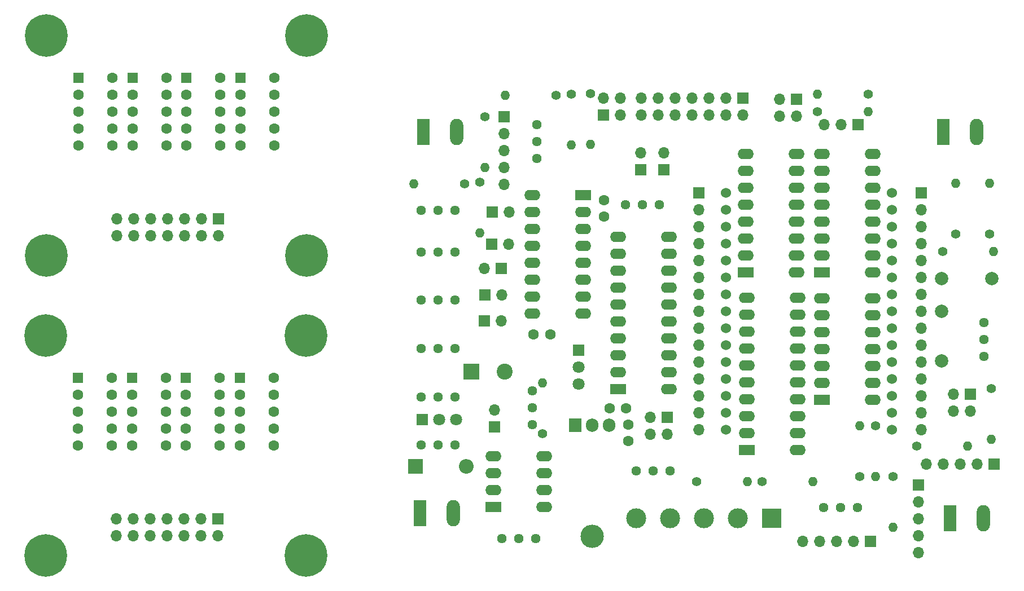
<source format=gbr>
%TF.GenerationSoftware,KiCad,Pcbnew,5.1.10-88a1d61d58~90~ubuntu20.04.1*%
%TF.CreationDate,2021-10-14T14:42:22+02:00*%
%TF.ProjectId,menelaos,6d656e65-6c61-46f7-932e-6b696361645f,rev?*%
%TF.SameCoordinates,Original*%
%TF.FileFunction,Soldermask,Top*%
%TF.FilePolarity,Negative*%
%FSLAX46Y46*%
G04 Gerber Fmt 4.6, Leading zero omitted, Abs format (unit mm)*
G04 Created by KiCad (PCBNEW 5.1.10-88a1d61d58~90~ubuntu20.04.1) date 2021-10-14 14:42:22*
%MOMM*%
%LPD*%
G01*
G04 APERTURE LIST*
%ADD10R,1.700000X1.700000*%
%ADD11O,1.700000X1.700000*%
%ADD12C,6.400000*%
%ADD13C,0.800000*%
%ADD14R,1.600000X1.600000*%
%ADD15C,1.600000*%
%ADD16C,2.000000*%
%ADD17O,1.980000X3.960000*%
%ADD18R,1.980000X3.960000*%
%ADD19O,2.400000X1.600000*%
%ADD20R,2.400000X1.600000*%
%ADD21R,2.400000X2.400000*%
%ADD22C,2.400000*%
%ADD23R,2.200000X2.200000*%
%ADD24O,2.200000X2.200000*%
%ADD25C,3.000000*%
%ADD26R,3.000000X3.000000*%
%ADD27O,3.500000X3.500000*%
%ADD28R,1.905000X2.000000*%
%ADD29O,1.905000X2.000000*%
%ADD30O,1.400000X1.400000*%
%ADD31C,1.400000*%
%ADD32C,1.440000*%
%ADD33C,1.800000*%
%ADD34R,1.800000X1.800000*%
%ADD35C,1.524000*%
G04 APERTURE END LIST*
D10*
%TO.C,J21*%
X85780000Y-103000000D03*
D11*
X85780000Y-105540000D03*
X83240000Y-103000000D03*
X83240000Y-105540000D03*
X80700000Y-103000000D03*
X80700000Y-105540000D03*
X78160000Y-103000000D03*
X78160000Y-105540000D03*
X75620000Y-103000000D03*
X75620000Y-105540000D03*
X73080000Y-103000000D03*
X73080000Y-105540000D03*
X70540000Y-103000000D03*
X70540000Y-105540000D03*
%TD*%
D12*
%TO.C,H3*%
X59980000Y-108500000D03*
D13*
X62380000Y-108500000D03*
X61677056Y-110197056D03*
X59980000Y-110900000D03*
X58282944Y-110197056D03*
X57580000Y-108500000D03*
X58282944Y-106802944D03*
X59980000Y-106100000D03*
X61677056Y-106802944D03*
%TD*%
D12*
%TO.C,H1*%
X98980000Y-75500000D03*
D13*
X101380000Y-75500000D03*
X100677056Y-77197056D03*
X98980000Y-77900000D03*
X97282944Y-77197056D03*
X96580000Y-75500000D03*
X97282944Y-73802944D03*
X98980000Y-73100000D03*
X100677056Y-73802944D03*
%TD*%
D14*
%TO.C,U14*%
X64800000Y-81840000D03*
D15*
X64800000Y-84380000D03*
X64800000Y-86920000D03*
X64800000Y-89460000D03*
X64800000Y-92000000D03*
X69880000Y-92000000D03*
X69880000Y-89460000D03*
X69880000Y-86920000D03*
X69880000Y-84380000D03*
X69880000Y-81840000D03*
%TD*%
%TO.C,U12*%
X94180000Y-81840000D03*
X94180000Y-84380000D03*
X94180000Y-86920000D03*
X94180000Y-89460000D03*
X94180000Y-92000000D03*
X89100000Y-92000000D03*
X89100000Y-89460000D03*
X89100000Y-86920000D03*
X89100000Y-84380000D03*
D14*
X89100000Y-81840000D03*
%TD*%
%TO.C,U10*%
X81000000Y-81840000D03*
D15*
X81000000Y-84380000D03*
X81000000Y-86920000D03*
X81000000Y-89460000D03*
X81000000Y-92000000D03*
X86080000Y-92000000D03*
X86080000Y-89460000D03*
X86080000Y-86920000D03*
X86080000Y-84380000D03*
X86080000Y-81840000D03*
%TD*%
%TO.C,U8*%
X77980000Y-81840000D03*
X77980000Y-84380000D03*
X77980000Y-86920000D03*
X77980000Y-89460000D03*
X77980000Y-92000000D03*
X72900000Y-92000000D03*
X72900000Y-89460000D03*
X72900000Y-86920000D03*
X72900000Y-84380000D03*
D14*
X72900000Y-81840000D03*
%TD*%
D12*
%TO.C,H2*%
X59980000Y-75500000D03*
D13*
X62380000Y-75500000D03*
X61677056Y-77197056D03*
X59980000Y-77900000D03*
X58282944Y-77197056D03*
X57580000Y-75500000D03*
X58282944Y-73802944D03*
X59980000Y-73100000D03*
X61677056Y-73802944D03*
%TD*%
D12*
%TO.C,H4*%
X98980000Y-108500000D03*
D13*
X101380000Y-108500000D03*
X100677056Y-110197056D03*
X98980000Y-110900000D03*
X97282944Y-110197056D03*
X96580000Y-108500000D03*
X97282944Y-106802944D03*
X98980000Y-106100000D03*
X100677056Y-106802944D03*
%TD*%
D11*
%TO.C,J2*%
X146090000Y-84910000D03*
X143550000Y-84910000D03*
X146090000Y-87450000D03*
D10*
X143550000Y-87450000D03*
%TD*%
D11*
%TO.C,J21*%
X70460000Y-150640000D03*
X70460000Y-148100000D03*
X73000000Y-150640000D03*
X73000000Y-148100000D03*
X75540000Y-150640000D03*
X75540000Y-148100000D03*
X78080000Y-150640000D03*
X78080000Y-148100000D03*
X80620000Y-150640000D03*
X80620000Y-148100000D03*
X83160000Y-150640000D03*
X83160000Y-148100000D03*
X85700000Y-150640000D03*
D10*
X85700000Y-148100000D03*
%TD*%
D11*
%TO.C,J20*%
X149260000Y-87490000D03*
X149260000Y-84950000D03*
X151800000Y-87490000D03*
X151800000Y-84950000D03*
X154340000Y-87490000D03*
X154340000Y-84950000D03*
X156880000Y-87490000D03*
X156880000Y-84950000D03*
X159420000Y-87490000D03*
X159420000Y-84950000D03*
X161960000Y-87490000D03*
X161960000Y-84950000D03*
X164500000Y-87490000D03*
D10*
X164500000Y-84950000D03*
%TD*%
D13*
%TO.C,H4*%
X100597056Y-151902944D03*
X98900000Y-151200000D03*
X97202944Y-151902944D03*
X96500000Y-153600000D03*
X97202944Y-155297056D03*
X98900000Y-156000000D03*
X100597056Y-155297056D03*
X101300000Y-153600000D03*
D12*
X98900000Y-153600000D03*
%TD*%
D13*
%TO.C,H3*%
X61597056Y-151902944D03*
X59900000Y-151200000D03*
X58202944Y-151902944D03*
X57500000Y-153600000D03*
X58202944Y-155297056D03*
X59900000Y-156000000D03*
X61597056Y-155297056D03*
X62300000Y-153600000D03*
D12*
X59900000Y-153600000D03*
%TD*%
D13*
%TO.C,H2*%
X61597056Y-118902944D03*
X59900000Y-118200000D03*
X58202944Y-118902944D03*
X57500000Y-120600000D03*
X58202944Y-122297056D03*
X59900000Y-123000000D03*
X61597056Y-122297056D03*
X62300000Y-120600000D03*
D12*
X59900000Y-120600000D03*
%TD*%
D13*
%TO.C,H1*%
X100597056Y-118902944D03*
X98900000Y-118200000D03*
X97202944Y-118902944D03*
X96500000Y-120600000D03*
X97202944Y-122297056D03*
X98900000Y-123000000D03*
X100597056Y-122297056D03*
X101300000Y-120600000D03*
D12*
X98900000Y-120600000D03*
%TD*%
D15*
%TO.C,Murata-Ceramic-Capacitor-50v1-22uF1*%
X147300000Y-133900000D03*
X147300000Y-136400000D03*
%TD*%
D16*
%TO.C,C2*%
X194300000Y-124400000D03*
X194300000Y-116900000D03*
%TD*%
%TO.C,C3*%
X201800000Y-112050000D03*
X194300000Y-112050000D03*
%TD*%
D15*
%TO.C,Murata-Ceramic-Capacitor-50v1-22uF2*%
X144450000Y-131450000D03*
X146950000Y-131450000D03*
%TD*%
%TO.C,Murata-Ceramic-Capacitor-50v1-22uF3*%
X143600000Y-100200000D03*
X143600000Y-102700000D03*
%TD*%
%TO.C,Murata-Ceramic-Capacitor-50v1-22uF4*%
X133050000Y-120400000D03*
X135550000Y-120400000D03*
%TD*%
D17*
%TO.C,S4*%
X121000000Y-147250000D03*
D18*
X116000000Y-147250000D03*
%TD*%
D19*
%TO.C,U16*%
X134670000Y-146300000D03*
X127050000Y-138680000D03*
X134670000Y-143760000D03*
X127050000Y-141220000D03*
X134670000Y-141220000D03*
X127050000Y-143760000D03*
X134670000Y-138680000D03*
D20*
X127050000Y-146300000D03*
%TD*%
D21*
%TO.C,C1*%
X123700000Y-126000000D03*
D22*
X128700000Y-126000000D03*
%TD*%
D23*
%TO.C,D1*%
X115350000Y-140175000D03*
D24*
X122970000Y-140175000D03*
%TD*%
D10*
%TO.C,J1*%
X202150000Y-139850000D03*
D11*
X199610000Y-139850000D03*
X197070000Y-139850000D03*
X194530000Y-139850000D03*
X191990000Y-139850000D03*
%TD*%
D10*
%TO.C,J3*%
X128650000Y-87700000D03*
D11*
X128650000Y-90240000D03*
X128650000Y-92780000D03*
X128650000Y-95320000D03*
X128650000Y-97860000D03*
%TD*%
%TO.C,J4*%
X173440000Y-151500000D03*
X175980000Y-151500000D03*
X178520000Y-151500000D03*
X181060000Y-151500000D03*
D10*
X183600000Y-151500000D03*
%TD*%
D11*
%TO.C,J5*%
X190800000Y-153160000D03*
X190800000Y-150620000D03*
X190800000Y-148080000D03*
X190800000Y-145540000D03*
D10*
X190800000Y-143000000D03*
%TD*%
%TO.C,J6*%
X198600000Y-129350000D03*
D11*
X196060000Y-129350000D03*
X198600000Y-131890000D03*
X196060000Y-131890000D03*
%TD*%
D10*
%TO.C,J7*%
X153100000Y-132800000D03*
D11*
X150560000Y-132800000D03*
X153100000Y-135340000D03*
X150560000Y-135340000D03*
%TD*%
%TO.C,J8*%
X169960000Y-87640000D03*
X172500000Y-87640000D03*
X169960000Y-85100000D03*
D10*
X172500000Y-85100000D03*
%TD*%
D11*
%TO.C,J9*%
X157850000Y-134710000D03*
X157850000Y-132170000D03*
X157850000Y-129630000D03*
X157850000Y-127090000D03*
X157850000Y-124550000D03*
X157850000Y-122010000D03*
X157850000Y-119470000D03*
X157850000Y-116930000D03*
X157850000Y-114390000D03*
X157850000Y-111850000D03*
X157850000Y-109310000D03*
X157850000Y-106770000D03*
X157850000Y-104230000D03*
X157850000Y-101690000D03*
D10*
X157850000Y-99150000D03*
%TD*%
%TO.C,J10*%
X191250000Y-99150000D03*
D11*
X191250000Y-101690000D03*
X191250000Y-104230000D03*
X191250000Y-106770000D03*
X191250000Y-109310000D03*
X191250000Y-111850000D03*
X191250000Y-114390000D03*
X191250000Y-116930000D03*
X191250000Y-119470000D03*
X191250000Y-122010000D03*
X191250000Y-124550000D03*
X191250000Y-127090000D03*
X191250000Y-129630000D03*
X191250000Y-132170000D03*
X191250000Y-134710000D03*
%TD*%
%TO.C,J11*%
X125710000Y-110500000D03*
D10*
X128250000Y-110500000D03*
%TD*%
D11*
%TO.C,J12*%
X129340000Y-106850000D03*
D10*
X126800000Y-106850000D03*
%TD*%
%TO.C,J13*%
X125750000Y-114450000D03*
D11*
X128290000Y-114450000D03*
%TD*%
D10*
%TO.C,J14*%
X125650000Y-118350000D03*
D11*
X128190000Y-118350000D03*
%TD*%
D10*
%TO.C,J15*%
X127200000Y-134300000D03*
D11*
X127200000Y-131760000D03*
%TD*%
%TO.C,J16*%
X129390000Y-102000000D03*
D10*
X126850000Y-102000000D03*
%TD*%
D11*
%TO.C,J17*%
X149100000Y-93160000D03*
D10*
X149100000Y-95700000D03*
%TD*%
%TO.C,J18*%
X152600000Y-95700000D03*
D11*
X152600000Y-93160000D03*
%TD*%
D10*
%TO.C,J19*%
X181750000Y-88900000D03*
D11*
X179210000Y-88900000D03*
X176670000Y-88900000D03*
%TD*%
D25*
%TO.C,J23*%
X163670000Y-148000000D03*
X158590000Y-148000000D03*
D26*
X168750000Y-148000000D03*
D25*
X153510000Y-148000000D03*
X148430000Y-148000000D03*
%TD*%
D27*
%TO.C,Q1*%
X141840000Y-150710000D03*
D28*
X139300000Y-134050000D03*
D29*
X141840000Y-134050000D03*
X144380000Y-134050000D03*
%TD*%
D30*
%TO.C,R1*%
X141600000Y-91870000D03*
D31*
X141600000Y-84250000D03*
%TD*%
%TO.C,R2*%
X136450000Y-84450000D03*
D30*
X128830000Y-84450000D03*
%TD*%
D31*
%TO.C,R3*%
X157550000Y-142500000D03*
D30*
X165170000Y-142500000D03*
%TD*%
D31*
%TO.C,R4*%
X167300000Y-142500000D03*
D30*
X174920000Y-142500000D03*
%TD*%
%TO.C,R5*%
X183220000Y-86950000D03*
D31*
X175600000Y-86950000D03*
%TD*%
%TO.C,R6*%
X183250000Y-84350000D03*
D30*
X175630000Y-84350000D03*
%TD*%
D31*
%TO.C,R7*%
X138750000Y-84300000D03*
D30*
X138750000Y-91920000D03*
%TD*%
%TO.C,R8*%
X201700000Y-136120000D03*
D31*
X201700000Y-128500000D03*
%TD*%
D30*
%TO.C,R9*%
X134375000Y-127630000D03*
D31*
X134375000Y-135250000D03*
%TD*%
D30*
%TO.C,R10*%
X182025000Y-134130000D03*
D31*
X182025000Y-141750000D03*
%TD*%
D30*
%TO.C,R11*%
X184350000Y-141720000D03*
D31*
X184350000Y-134100000D03*
%TD*%
%TO.C,R12*%
X190550000Y-137150000D03*
D30*
X198170000Y-137150000D03*
%TD*%
%TO.C,R13*%
X202020000Y-107950000D03*
D31*
X194400000Y-107950000D03*
%TD*%
%TO.C,R14*%
X187000000Y-141750000D03*
D30*
X187000000Y-149370000D03*
%TD*%
D31*
%TO.C,R15*%
X201500000Y-105300000D03*
D30*
X201500000Y-97680000D03*
%TD*%
D31*
%TO.C,R16*%
X125750000Y-87750000D03*
D30*
X125750000Y-95370000D03*
%TD*%
%TO.C,R17*%
X125050000Y-105170000D03*
D31*
X125050000Y-97550000D03*
%TD*%
%TO.C,R18*%
X196400000Y-105300000D03*
D30*
X196400000Y-97680000D03*
%TD*%
%TO.C,R19*%
X115130000Y-97750000D03*
D31*
X122750000Y-97750000D03*
%TD*%
D32*
%TO.C,RV1*%
X121250000Y-108000000D03*
X118710000Y-108000000D03*
X116170000Y-108000000D03*
%TD*%
%TO.C,RV2*%
X116170000Y-115250000D03*
X118710000Y-115250000D03*
X121250000Y-115250000D03*
%TD*%
%TO.C,RV3*%
X121250000Y-122500000D03*
X118710000Y-122500000D03*
X116170000Y-122500000D03*
%TD*%
%TO.C,RV4*%
X116170000Y-129750000D03*
X118710000Y-129750000D03*
X121250000Y-129750000D03*
%TD*%
%TO.C,RV5*%
X121250000Y-137000000D03*
X118710000Y-137000000D03*
X116170000Y-137000000D03*
%TD*%
%TO.C,RV6*%
X116170000Y-101750000D03*
X118710000Y-101750000D03*
X121250000Y-101750000D03*
%TD*%
%TO.C,RV7*%
X133600000Y-94000000D03*
X133600000Y-91460000D03*
X133600000Y-88920000D03*
%TD*%
%TO.C,RV8*%
X151900000Y-100900000D03*
X149360000Y-100900000D03*
X146820000Y-100900000D03*
%TD*%
%TO.C,RV9*%
X132900000Y-133930000D03*
X132900000Y-131390000D03*
X132900000Y-128850000D03*
%TD*%
%TO.C,RV10*%
X133350000Y-151050000D03*
X130810000Y-151050000D03*
X128270000Y-151050000D03*
%TD*%
%TO.C,RV11*%
X200600000Y-123680000D03*
X200600000Y-121140000D03*
X200600000Y-118600000D03*
%TD*%
%TO.C,RV12*%
X148470000Y-140850000D03*
X151010000Y-140850000D03*
X153550000Y-140850000D03*
%TD*%
%TO.C,RV13*%
X176550000Y-146350000D03*
X179090000Y-146350000D03*
X181630000Y-146350000D03*
%TD*%
D18*
%TO.C,S1*%
X195500000Y-148000000D03*
D17*
X200500000Y-148000000D03*
%TD*%
D18*
%TO.C,S2*%
X194500000Y-90000000D03*
D17*
X199500000Y-90000000D03*
%TD*%
%TO.C,S3*%
X121500000Y-90000000D03*
D18*
X116500000Y-90000000D03*
%TD*%
D19*
%TO.C,U1*%
X172670000Y-137750000D03*
X165050000Y-114890000D03*
X172670000Y-135210000D03*
X165050000Y-117430000D03*
X172670000Y-132670000D03*
X165050000Y-119970000D03*
X172670000Y-130130000D03*
X165050000Y-122510000D03*
X172670000Y-127590000D03*
X165050000Y-125050000D03*
X172670000Y-125050000D03*
X165050000Y-127590000D03*
X172670000Y-122510000D03*
X165050000Y-130130000D03*
X172670000Y-119970000D03*
X165050000Y-132670000D03*
X172670000Y-117430000D03*
X165050000Y-135210000D03*
X172670000Y-114890000D03*
D20*
X165050000Y-137750000D03*
%TD*%
%TO.C,U2*%
X164850000Y-111100000D03*
D19*
X172470000Y-93320000D03*
X164850000Y-108560000D03*
X172470000Y-95860000D03*
X164850000Y-106020000D03*
X172470000Y-98400000D03*
X164850000Y-103480000D03*
X172470000Y-100940000D03*
X164850000Y-100940000D03*
X172470000Y-103480000D03*
X164850000Y-98400000D03*
X172470000Y-106020000D03*
X164850000Y-95860000D03*
X172470000Y-108560000D03*
X164850000Y-93320000D03*
X172470000Y-111100000D03*
%TD*%
D20*
%TO.C,U3*%
X176300000Y-130250000D03*
D19*
X183920000Y-115010000D03*
X176300000Y-127710000D03*
X183920000Y-117550000D03*
X176300000Y-125170000D03*
X183920000Y-120090000D03*
X176300000Y-122630000D03*
X183920000Y-122630000D03*
X176300000Y-120090000D03*
X183920000Y-125170000D03*
X176300000Y-117550000D03*
X183920000Y-127710000D03*
X176300000Y-115010000D03*
X183920000Y-130250000D03*
%TD*%
%TO.C,U4*%
X132880000Y-99500000D03*
X140500000Y-117280000D03*
X132880000Y-102040000D03*
X140500000Y-114740000D03*
X132880000Y-104580000D03*
X140500000Y-112200000D03*
X132880000Y-107120000D03*
X140500000Y-109660000D03*
X132880000Y-109660000D03*
X140500000Y-107120000D03*
X132880000Y-112200000D03*
X140500000Y-104580000D03*
X132880000Y-114740000D03*
X140500000Y-102040000D03*
X132880000Y-117280000D03*
D20*
X140500000Y-99500000D03*
%TD*%
%TO.C,U5*%
X145750000Y-128600000D03*
D19*
X153370000Y-105740000D03*
X145750000Y-126060000D03*
X153370000Y-108280000D03*
X145750000Y-123520000D03*
X153370000Y-110820000D03*
X145750000Y-120980000D03*
X153370000Y-113360000D03*
X145750000Y-118440000D03*
X153370000Y-115900000D03*
X145750000Y-115900000D03*
X153370000Y-118440000D03*
X145750000Y-113360000D03*
X153370000Y-120980000D03*
X145750000Y-110820000D03*
X153370000Y-123520000D03*
X145750000Y-108280000D03*
X153370000Y-126060000D03*
X145750000Y-105740000D03*
X153370000Y-128600000D03*
%TD*%
D20*
%TO.C,U6*%
X176300000Y-111100000D03*
D19*
X183920000Y-93320000D03*
X176300000Y-108560000D03*
X183920000Y-95860000D03*
X176300000Y-106020000D03*
X183920000Y-98400000D03*
X176300000Y-103480000D03*
X183920000Y-100940000D03*
X176300000Y-100940000D03*
X183920000Y-103480000D03*
X176300000Y-98400000D03*
X183920000Y-106020000D03*
X176300000Y-95860000D03*
X183920000Y-108560000D03*
X176300000Y-93320000D03*
X183920000Y-111100000D03*
%TD*%
D14*
%TO.C,U8*%
X72820000Y-126940000D03*
D15*
X72820000Y-129480000D03*
X72820000Y-132020000D03*
X72820000Y-134560000D03*
X72820000Y-137100000D03*
X77900000Y-137100000D03*
X77900000Y-134560000D03*
X77900000Y-132020000D03*
X77900000Y-129480000D03*
X77900000Y-126940000D03*
%TD*%
%TO.C,U10*%
X86000000Y-126940000D03*
X86000000Y-129480000D03*
X86000000Y-132020000D03*
X86000000Y-134560000D03*
X86000000Y-137100000D03*
X80920000Y-137100000D03*
X80920000Y-134560000D03*
X80920000Y-132020000D03*
X80920000Y-129480000D03*
D14*
X80920000Y-126940000D03*
%TD*%
%TO.C,U12*%
X89020000Y-126940000D03*
D15*
X89020000Y-129480000D03*
X89020000Y-132020000D03*
X89020000Y-134560000D03*
X89020000Y-137100000D03*
X94100000Y-137100000D03*
X94100000Y-134560000D03*
X94100000Y-132020000D03*
X94100000Y-129480000D03*
X94100000Y-126940000D03*
%TD*%
%TO.C,U14*%
X69800000Y-126940000D03*
X69800000Y-129480000D03*
X69800000Y-132020000D03*
X69800000Y-134560000D03*
X69800000Y-137100000D03*
X64720000Y-137100000D03*
X64720000Y-134560000D03*
X64720000Y-132020000D03*
X64720000Y-129480000D03*
D14*
X64720000Y-126940000D03*
%TD*%
D33*
%TO.C,U17*%
X121430000Y-133150000D03*
X118890000Y-133150000D03*
D34*
X116350000Y-133150000D03*
%TD*%
%TO.C,U18*%
X139800000Y-122750000D03*
D33*
X139800000Y-125290000D03*
X139800000Y-127830000D03*
%TD*%
D35*
%TO.C,U24*%
X161954000Y-99116000D03*
X161954000Y-101656000D03*
X161954000Y-104196000D03*
X161954000Y-106736000D03*
X161954000Y-109276000D03*
X161954000Y-111816000D03*
X161954000Y-114356000D03*
X161954000Y-116896000D03*
X161954000Y-119436000D03*
X161954000Y-121976000D03*
X161954000Y-124516000D03*
X161954000Y-127056000D03*
X161954000Y-129596000D03*
X161954000Y-132136000D03*
X161954000Y-132136000D03*
X161954000Y-134676000D03*
X186846000Y-134676000D03*
X186846000Y-132136000D03*
X186846000Y-129596000D03*
X186846000Y-127056000D03*
X186846000Y-124516000D03*
X186846000Y-121976000D03*
X186846000Y-119436000D03*
X186846000Y-116896000D03*
X186846000Y-114356000D03*
X186846000Y-111816000D03*
X186846000Y-109276000D03*
X186846000Y-106736000D03*
X186846000Y-104196000D03*
X186846000Y-101656000D03*
X186846000Y-99116000D03*
%TD*%
M02*

</source>
